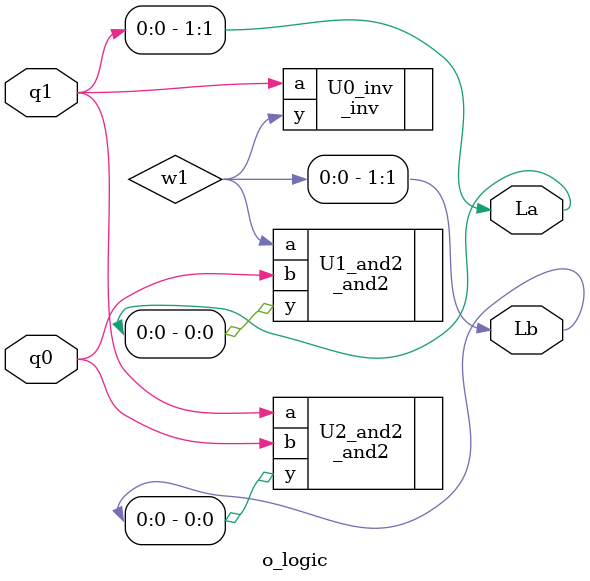
<source format=v>
module o_logic(q1,q0,La,Lb);//combination logic that determine output by current state value
	input q1, q0;//set input q1, q0;
	output [1:0]La,Lb;//set output 2bit La, Lb
	
	wire w1;//declare w1;
	
	//invert q1 and and2
	//La[0]=inv_q1 & q0
	_inv U0_inv(.a(q1),.y(w1));
	_and2 U1_and2(.a(w1),.b(q0),.y(La[0]));
	//assign La[1] = q1
	assign La[1]=q1;
	//Lb[0]=q1 & q0
	_and2 U2_and2(.a(q1),.b(q0),.y(Lb[0]));
	//assign Lb[1] = w1;
	assign Lb[1]=w1;

	
endmodule

</source>
